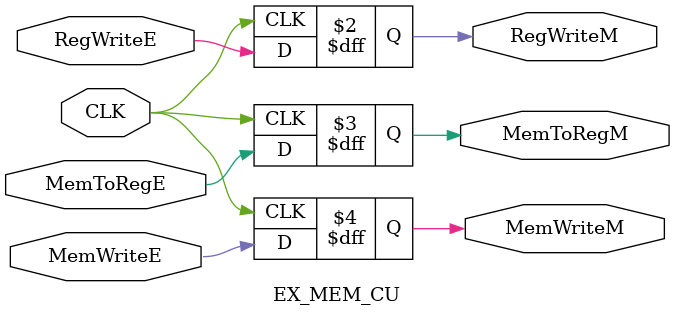
<source format=v>
module EX_MEM_CU(
    input CLK,
    input RegWriteE, MemToRegE, MemWriteE,
    output reg RegWriteM, MemToRegM, MemWriteM
);

    always @(posedge CLK) begin
        RegWriteM <= RegWriteE;
        MemToRegM <= MemToRegE;
        MemWriteM <= MemWriteE;
    end

endmodule
</source>
